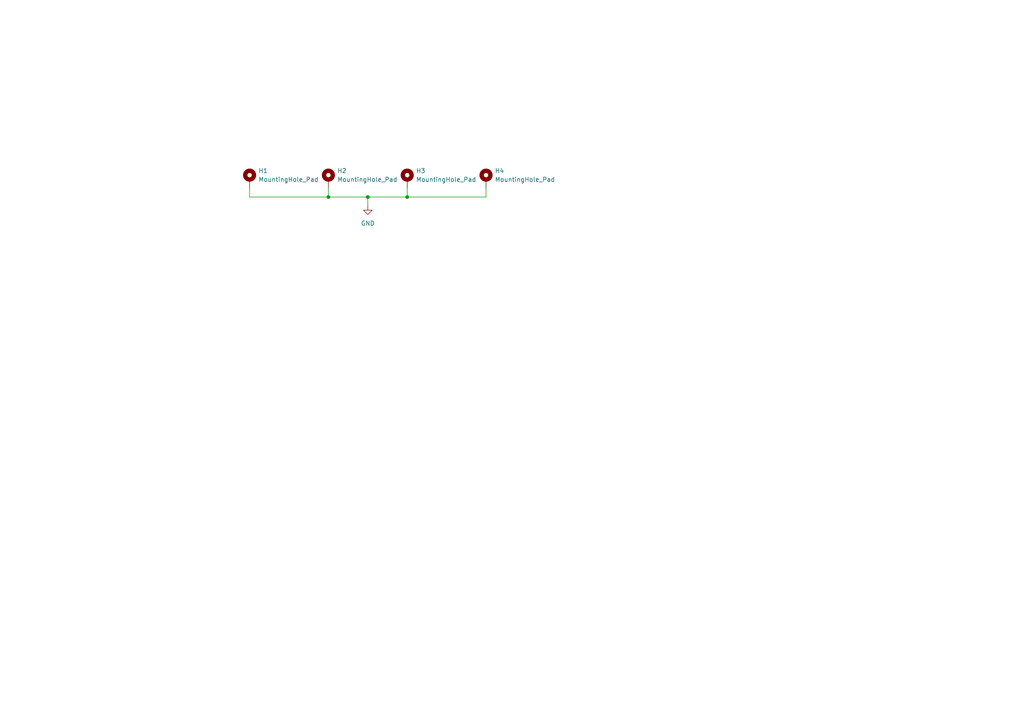
<source format=kicad_sch>
(kicad_sch (version 20230121) (generator eeschema)
  (paper "A4")
  (lib_symbols
    (symbol "Mechanical:MountingHole_Pad" (pin_numbers hide) (pin_names (offset 1.016) hide)
      (property "Reference" "H" (at 0 6.35 0))
      (property "Value" "MountingHole_Pad" (at 0 4.445 0))
      (symbol "MountingHole_Pad_0_1"
        (circle (center 0 1.27) (radius 1.27) (stroke (width 1.27)))
      )
      (symbol "MountingHole_Pad_1_1"
        (pin input line (at 0 -2.54 90) (length 2.54) (name "1") (number "1"))
      )
    )
    (symbol "power:GND" (power) (pin_names (offset 0))
      (property "Value" "GND" (at 0 -3.81 0))
      (symbol "GND_0_1"
        (polyline (pts (xy 0 0) (xy 0 -1.27) (xy 1.27 -1.27) (xy 0 -2.54) (xy -1.27 -1.27) (xy 0 -1.27)))
      )
      (symbol "GND_1_1"
        (pin power_in line (at 0 0 270) (length 0) hide (name "GND") (number "1"))
      )
    )
  )
  (junction (at 95.25 57.15))
  (junction (at 106.68 57.15))
  (junction (at 118.11 57.15))
  (wire (pts (xy 106.68 57.15) (xy 118.11 57.15)))
  (wire (pts (xy 95.25 57.15) (xy 106.68 57.15)))
  (wire (pts (xy 72.39 57.15) (xy 95.25 57.15)))
  (wire (pts (xy 118.11 57.15) (xy 140.97 57.15)))
  (wire (pts (xy 140.97 57.15) (xy 140.97 54.61)))
  (wire (pts (xy 95.25 54.61) (xy 95.25 57.15)))
  (wire (pts (xy 106.68 57.15) (xy 106.68 59.69)))
  (wire (pts (xy 118.11 54.61) (xy 118.11 57.15)))
  (wire (pts (xy 72.39 54.61) (xy 72.39 57.15)))
  (symbol (lib_id "Mechanical:MountingHole_Pad") (at 140.97 52.07 0) (unit 1)
    (property "Reference" "H4" (at 143.51 49.53 0) (effects (justify left)))
    (property "Value" "MountingHole_Pad" (at 143.51 52.07 0) (effects (justify left)))
    (property "Footprint" "MountingHole:MountingHole_2.2mm_M2_Pad_Via" (effects hide))
  )
  (symbol (lib_id "Mechanical:MountingHole_Pad") (at 118.11 52.07 0) (unit 1)
    (property "Reference" "H3" (at 120.65 49.53 0) (effects (justify left)))
    (property "Value" "MountingHole_Pad" (at 120.65 52.07 0) (effects (justify left)))
    (property "Footprint" "MountingHole:MountingHole_2.2mm_M2_Pad_Via" (effects hide))
  )
  (symbol (lib_id "power:GND") (at 106.68 59.69 0) (unit 1)
    (property "Reference" "#PWR01" (effects hide))
    (property "Value" "GND" (at 106.68 64.77 0))
  )
  (symbol (lib_id "Mechanical:MountingHole_Pad") (at 95.25 52.07 0) (unit 1)
    (property "Reference" "H2" (at 97.79 49.53 0) (effects (justify left)))
    (property "Value" "MountingHole_Pad" (at 97.79 52.07 0) (effects (justify left)))
    (property "Footprint" "MountingHole:MountingHole_2.2mm_M2_Pad_Via" (effects hide))
  )
  (symbol (lib_id "Mechanical:MountingHole_Pad") (at 72.39 52.07 0) (unit 1)
    (property "Reference" "H1" (at 74.93 49.53 0) (effects (justify left)))
    (property "Value" "MountingHole_Pad" (at 74.93 52.07 0) (effects (justify left)))
    (property "Footprint" "MountingHole:MountingHole_2.2mm_M2_Pad_Via" (effects hide))
  )
)
</source>
